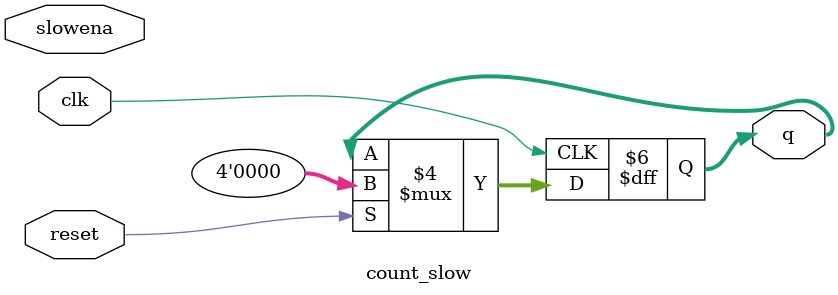
<source format=v>

module count_slow(
    input clk,
    input slowena,
    input reset,
    output reg [3:0] q);

// On the positive edge of the clock:
// if reset is high, reset the output q to 0. 
// Otherwise, only increment the output q if the ena input is high and q is not 9.

// If the counter is invalid somehow, set q to N/A so that nothing is printed.

always @(posedge clk)
 if (reset) begin
	q = 4'b0;
 end
 else if (slowena) begin
	if (q == 9) begin
	end
	else begin
	end
end

endmodule

</source>
